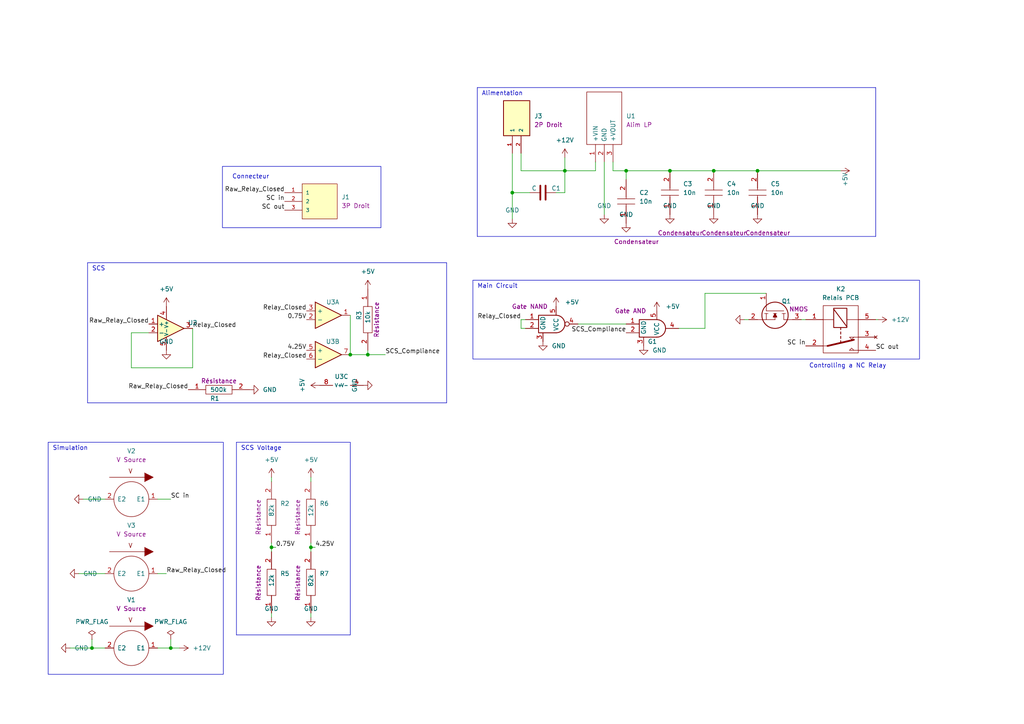
<source format=kicad_sch>
(kicad_sch (version 20231120) (generator "eeschema") (generator_version "8.0")
  (paper "A4")
  (lib_symbols
    (symbol "Device:C" (pin_numbers hide) (pin_names (offset 0.254))
      (property "Reference" "C" (at 0.635 2.54 0))
      (property "Value" "C" (at 0.635 -2.54 0))
      (symbol "C_0_1"
        (polyline (pts (xy -2.032 -0.762) (xy 2.032 -0.762)) (stroke (width 0.508)))
        (polyline (pts (xy -2.032 0.762) (xy 2.032 0.762)) (stroke (width 0.508)))
      )
      (symbol "C_1_1"
        (pin passive line (at 0 3.81 270) (length 2.794) (name "~") (number "1"))
        (pin passive line (at 0 -3.81 90) (length 2.794) (name "~") (number "2"))
      )
    )
    (symbol "EPSA_Lib:NMOS SQ2348ES-T1_GE3" (pin_names (offset 0.762))
      (property "Reference" "Q" (at 41.91 12.7 0))
      (property "Render Name" "NMOS" (at 15.875 0.635 0))
      (symbol "NMOS SQ2348ES-T1_GE3_0_0"
        (pin passive line (at 13.335 12.065 270) (length 2.54) (name "~") (number "1"))
        (pin passive line (at 8.255 4.445 0) (length 2.54) (name "~") (number "2"))
        (pin passive line (at 23.495 4.445 180) (length 2.54) (name "~") (number "3"))
      )
      (symbol "NMOS SQ2348ES-T1_GE3_0_1"
        (polyline (pts (xy 12.827 6.223) (xy 13.843 6.223)) (stroke (width 0.1524)))
        (polyline (pts (xy 13.335 6.223) (xy 13.335 4.445)) (stroke (width 0.1524)))
        (polyline (pts (xy 15.367 6.223) (xy 16.383 6.223)) (stroke (width 0.1524)))
        (polyline (pts (xy 15.875 4.445) (xy 10.795 4.445)) (stroke (width 0.1524)))
        (polyline (pts (xy 15.875 4.445) (xy 15.875 6.223)) (stroke (width 0.1524)))
        (polyline (pts (xy 18.415 4.445) (xy 18.415 6.223)) (stroke (width 0.1524)))
        (polyline (pts (xy 18.415 4.445) (xy 20.955 4.445)) (stroke (width 0.1524)))
        (polyline (pts (xy 18.923 6.223) (xy 17.907 6.223)) (stroke (width 0.1524)))
        (polyline (pts (xy 13.335 9.525) (xy 13.335 6.985) (xy 18.415 6.985)) (stroke (width 0.1524)))
        (polyline (pts (xy 15.875 6.223) (xy 16.383 5.207) (xy 15.367 5.207) (xy 15.875 6.223)) (stroke (width 0.254)) (fill (type outline)))
        (circle (center 15.875 5.715) (radius 3.81) (stroke (width 0.254)))
      )
    )
    (symbol "EPSA_Lib:Opamp" (pin_names (offset 0.254))
      (property "Reference" "U" (at 2.54 2.54 0))
      (symbol "Opamp_0_1"
        (polyline (pts (xy 5.08 0) (xy -2.54 3.81) (xy -2.54 -3.81) (xy 5.08 0)) (stroke (width 0.254)) (fill (type background)))
      )
      (symbol "Opamp_1_1"
        (pin input line (at -5.08 1.27 0) (length 2.54) (name "+") (number "1"))
        (pin input line (at -5.08 -1.27 0) (length 2.54) (name "-") (number "2"))
        (pin output line (at 7.62 0 180) (length 2.54) (name "~") (number "3"))
        (pin power_in line (at 0 6.35 270) (length 3.81) (name "V+") (number "4"))
        (pin power_in line (at 0 -6.35 90) (length 3.81) (name "V-") (number "5"))
      )
    )
    (symbol "EPSA_Lib:Relais PCB" (pin_names (offset 0.762))
      (property "Reference" "K" (at 11.938 11.43 0))
      (property "Value" "Relais PCB" (at 7.62 9.398 0))
      (symbol "Relais PCB_0_1"
        (polyline (pts (xy 7.62 7.874) (xy 17.78 7.874) (xy 17.78 -5.842) (xy 7.62 -5.842) (xy 7.62 7.874)) (stroke (width 0.1524)))
      )
      (symbol "Relais PCB_1_0"
        (pin passive line (at 2.54 3.81 0) (length 5.08) (name "") (number "1"))
        (pin passive line (at 2.54 -3.81 0) (length 5.08) (name "") (number "2"))
        (pin no_connect line (at 22.86 -1.27 180) (length 5.08) (name "") (number "3"))
        (pin passive line (at 22.86 -5.08 180) (length 5.08) (name "") (number "4"))
        (pin passive line (at 22.86 3.81 180) (length 5.08) (name "") (number "5"))
      )
      (symbol "Relais PCB_1_1"
        (polyline (pts (xy 8.89 -3.81) (xy 7.62 -3.81)))
        (polyline (pts (xy 8.89 -3.81) (xy 16.51 -2.032)) (stroke (width 0.508)))
        (polyline (pts (xy 10.668 3.81) (xy 7.62 3.81)))
        (polyline (pts (xy 10.668 6.858) (xy 14.478 1.778)) (stroke (width 0.254)))
        (polyline (pts (xy 12.7 -2.286) (xy 12.7 -2.921)) (stroke (width 0.254)))
        (polyline (pts (xy 12.7 -1.016) (xy 12.7 -1.651)) (stroke (width 0.254)))
        (polyline (pts (xy 12.7 0.254) (xy 12.7 -0.381)) (stroke (width 0.254)))
        (polyline (pts (xy 12.7 1.524) (xy 12.7 0.889)) (stroke (width 0.254)))
        (polyline (pts (xy 17.78 -5.08) (xy 16.51 -5.08)))
        (polyline (pts (xy 17.78 -1.27) (xy 16.51 -1.27)))
        (polyline (pts (xy 17.78 3.81) (xy 14.478 3.81)))
        (polyline (pts (xy 15.24 -5.08) (xy 16.51 -5.08) (xy 15.875 -4.445) (xy 15.24 -5.08)))
        (polyline (pts (xy 16.51 -1.27) (xy 15.24 -1.27) (xy 15.875 -1.905) (xy 16.51 -1.27)))
        (rectangle (start 10.668 7.112) (end 14.478 1.524) (stroke (width 0.254)))
      )
    )
    (symbol "EPSA_lib:2P Droit 2-11-2022" (pin_names (offset 1.016))
      (property "Reference" "J" (at 6.35 5.08 0))
      (property "Render Name" "2P Droit" (at 0 3.81 0))
      (symbol "2P Droit 2-11-2022_0_0"
        (rectangle (start -5.08 -5.08) (end 5.08 2.54) (stroke (width 0.254)) (fill (type background)))
        (pin passive line (at -10.16 0 0) (length 5.08) (name "1") (number "1"))
        (pin passive line (at -10.16 -2.54 0) (length 5.08) (name "2") (number "2"))
      )
    )
    (symbol "EPSA_lib:3P Droit 22-11-2032" (pin_names (offset 1.016))
      (property "Reference" "J" (at 0 -1.27 0))
      (property "Render Name" "3P Droit" (at 0 6.35 0))
      (symbol "3P Droit 22-11-2032_0_0"
        (rectangle (start -5.08 -5.08) (end 5.08 5.08) (stroke (width 0.1524)) (fill (type background)))
        (pin passive line (at -10.16 2.54 0) (length 5.08) (name "1") (number "1"))
        (pin passive line (at -10.16 0 0) (length 5.08) (name "2") (number "2"))
        (pin passive line (at -10.16 -2.54 0) (length 5.08) (name "3") (number "3"))
      )
    )
    (symbol "EPSA_lib:Alim LP TSR_0.5-2450" (pin_names (offset 0.762))
      (property "Reference" "U" (at 20.32 11.43 0))
      (property "Render Name" "Alim LP" (at 11.43 8.89 0))
      (symbol "Alim LP TSR_0.5-2450_0_0"
        (pin passive line (at -1.27 5.08 0) (length 5.08) (name "+VIN") (number "1"))
        (pin passive line (at -1.27 2.54 0) (length 5.08) (name "GND") (number "2"))
        (pin passive line (at -1.27 0 0) (length 5.08) (name "+VOUT") (number "3"))
      )
      (symbol "Alim LP TSR_0.5-2450_0_1"
        (polyline (pts (xy 3.81 7.62) (xy 19.05 7.62) (xy 19.05 -2.54) (xy 3.81 -2.54) (xy 3.81 7.62)) (stroke (width 0.1524)))
      )
    )
    (symbol "EPSA_lib:Comparator_Dual"
      (property "Reference" "CP" (at 7.62 -2.54 0))
      (symbol "Comparator_Dual_1_1"
        (polyline (pts (xy 0 3.81) (xy 0 -3.81) (xy 7.62 0) (xy 0 3.81)) (stroke (width 0.254)) (fill (type background)))
        (pin open_collector line (at 10.16 0 180) (length 2.54) (name "~") (number "1"))
        (pin input line (at -2.54 -1.27 0) (length 2.54) (name "-") (number "2"))
        (pin input line (at -2.54 1.27 0) (length 2.54) (name "+") (number "3"))
      )
      (symbol "Comparator_Dual_2_1"
        (polyline (pts (xy 0 3.81) (xy 7.62 0) (xy 0 -3.81) (xy 0 3.81)) (stroke (width 0.254)) (fill (type background)))
        (pin input line (at -2.54 1.27 0) (length 2.54) (name "+") (number "5"))
        (pin input line (at -2.54 -1.27 0) (length 2.54) (name "-") (number "6"))
        (pin open_collector line (at 10.16 0 180) (length 2.54) (name "~") (number "7"))
      )
      (symbol "Comparator_Dual_3_1"
        (pin power_in line (at 0 -6.35 90) (length 3.81) (name "V-") (number "4"))
        (pin power_in line (at 0 6.35 270) (length 3.81) (name "V+") (number "8"))
      )
    )
    (symbol "EPSA_lib:Condensateur 0805Y1000104JXT" (pin_names (offset 0.762))
      (property "Reference" "C" (at 1.5 -1.8 0))
      (property "Value" "10u" (at 11.43 -2.54 0))
      (property "Render Name" "Condensateur" (at 6.35 3.81 0))
      (symbol "Condensateur 0805Y1000104JXT_0_0"
        (pin passive line (at 0 0 0) (length 5.08) (name "~") (number "1"))
        (pin passive line (at 12.7 0 180) (length 5.08) (name "~") (number "2"))
      )
      (symbol "Condensateur 0805Y1000104JXT_0_1"
        (polyline (pts (xy 5.08 0) (xy 5.588 0)) (stroke (width 0.1524)))
        (polyline (pts (xy 5.588 2.54) (xy 5.588 -2.54)) (stroke (width 0.1524)))
        (polyline (pts (xy 7.112 0) (xy 7.62 0)) (stroke (width 0.1524)))
        (polyline (pts (xy 7.112 2.54) (xy 7.112 -2.54)) (stroke (width 0.1524)))
      )
    )
    (symbol "EPSA_lib:Gate AND SN74AHCT1G08DBVR" (pin_names (offset 0.762))
      (property "Reference" "G" (at 2.54 -3.81 0))
      (property "Render Name" "Gate AND" (at -1.27 5.08 0))
      (symbol "Gate AND SN74AHCT1G08DBVR_1_1"
        (polyline (pts (xy 5.08 -2.54) (xy 0 -2.54) (xy 0 2.54) (xy 5.08 2.54)) (stroke (width 0.254)))
        (arc (start 5.1025 -2.54) (mid 7.6201 0) (end 5.1025 2.54) (stroke (width 0.254)))
        (pin input line (at -3.81 1.27 0) (length 3.81) (name "~") (number "1"))
        (pin input line (at -3.81 -1.27 0) (length 3.81) (name "~") (number "2"))
        (pin power_in line (at 1.27 -5.08 90) (length 2.54) (name "GND") (number "3"))
        (pin output line (at 11.43 0 180) (length 3.81) (name "~") (number "4"))
        (pin power_in line (at 5.08 5.08 270) (length 2.54) (name "VCC") (number "5"))
      )
    )
    (symbol "EPSA_lib:Gate NAND SN74AHCT1G00DBVR" (pin_names (offset 0.762))
      (property "Reference" "G" (at 2.54 -3.81 0))
      (property "Render Name" "Gate NAND" (at -2.54 3.81 0))
      (symbol "Gate NAND SN74AHCT1G00DBVR_1_1"
        (polyline (pts (xy 5.08 -2.54) (xy 0 -2.54) (xy 0 2.54) (xy 5.08 2.54)) (stroke (width 0.254)))
        (arc (start 5.1025 -2.54) (mid 7.6201 0) (end 5.1025 2.54) (stroke (width 0.254)))
        (pin input line (at -3.81 1.27 0) (length 3.81) (name "~") (number "1"))
        (pin input line (at -3.81 -1.27 0) (length 3.81) (name "~") (number "2"))
        (pin power_in line (at 1.27 -5.08 90) (length 2.54) (name "GND") (number "3"))
        (pin output inverted (at 11.43 0 180) (length 3.81) (name "~") (number "4"))
        (pin power_in line (at 5.08 5.08 270) (length 2.54) (name "VCC") (number "5"))
      )
    )
    (symbol "EPSA_lib:Résistance RK73H2BLTDD2152F" (pin_names (offset 0.762))
      (property "Reference" "R" (at 25.4 5.08 0))
      (property "Value" "10" (at 7.62 0 0))
      (property "Render Name" "Résistance" (at 8.89 2.54 0))
      (symbol "Résistance RK73H2BLTDD2152F_0_0"
        (pin passive line (at 0 0 0) (length 5.08) (name "~") (number "1"))
        (pin passive line (at 17.78 0 180) (length 5.08) (name "~") (number "2"))
      )
      (symbol "Résistance RK73H2BLTDD2152F_0_1"
        (polyline (pts (xy 5.08 1.27) (xy 12.7 1.27) (xy 12.7 -1.27) (xy 5.08 -1.27) (xy 5.08 1.27)) (stroke (width 0.1524)))
      )
    )
    (symbol "EPSA_lib:VSOURCE" (pin_names (offset 1.016)) (in_bom no) (on_board no)
      (property "Reference" "V" (at 8.89 12.7 0))
      (property "Render Name" "V Source" (at -1.27 10.16 0))
      (symbol "VSOURCE_0_1"
        (circle (center -1.27 0) (radius 5.08))
        (polyline (pts (xy -7.62 6.35) (xy 2.54 6.35)) (fill (type outline)))
        (polyline (pts (xy 2.54 7.62) (xy 5.08 6.35) (xy 2.54 5.08)) (fill (type outline)))
        (text "V" (at -1.524 8.128 0) (effects (font (size 1.27 1.27))))
      )
      (symbol "VSOURCE_1_1"
        (pin input line (at 6.35 0 180) (length 2.54) (name "E1") (number "1"))
        (pin input line (at -8.89 0 0) (length 2.54) (name "E2") (number "2"))
      )
    )
    (symbol "Résistance RK73H2BLTDD2152F_1" (pin_names (offset 0.762))
      (property "Reference" "R" (at 25.4 5.08 0))
      (property "Value" "10" (at 7.62 0 0))
      (property "Render Name" "Résistance" (at 8.89 2.54 0))
      (symbol "Résistance RK73H2BLTDD2152F_1_0_0"
        (pin passive line (at 0 0 0) (length 5.08) (name "~") (number "1"))
        (pin passive line (at 17.78 0 180) (length 5.08) (name "~") (number "2"))
      )
      (symbol "Résistance RK73H2BLTDD2152F_1_0_1"
        (polyline (pts (xy 5.08 1.27) (xy 12.7 1.27) (xy 12.7 -1.27) (xy 5.08 -1.27) (xy 5.08 1.27)) (stroke (width 0.1524)))
      )
    )
    (symbol "Résistance RK73H2BLTDD2152F_3" (pin_names (offset 0.762))
      (property "Reference" "R" (at 25.4 5.08 0))
      (property "Value" "10" (at 7.62 0 0))
      (property "Render Name" "Résistance" (at 8.89 2.54 0))
      (symbol "Résistance RK73H2BLTDD2152F_3_0_0"
        (pin passive line (at 0 0 0) (length 5.08) (name "~") (number "1"))
        (pin passive line (at 17.78 0 180) (length 5.08) (name "~") (number "2"))
      )
      (symbol "Résistance RK73H2BLTDD2152F_3_0_1"
        (polyline (pts (xy 5.08 1.27) (xy 12.7 1.27) (xy 12.7 -1.27) (xy 5.08 -1.27) (xy 5.08 1.27)) (stroke (width 0.1524)))
      )
    )
    (symbol "Résistance RK73H2BLTDD2152F_4" (pin_names (offset 0.762))
      (property "Reference" "R" (at 25.4 5.08 0))
      (property "Value" "10" (at 7.62 0 0))
      (property "Render Name" "Résistance" (at 8.89 2.54 0))
      (symbol "Résistance RK73H2BLTDD2152F_4_0_0"
        (pin passive line (at 0 0 0) (length 5.08) (name "~") (number "1"))
        (pin passive line (at 17.78 0 180) (length 5.08) (name "~") (number "2"))
      )
      (symbol "Résistance RK73H2BLTDD2152F_4_0_1"
        (polyline (pts (xy 5.08 1.27) (xy 12.7 1.27) (xy 12.7 -1.27) (xy 5.08 -1.27) (xy 5.08 1.27)) (stroke (width 0.1524)))
      )
    )
    (symbol "Résistance RK73H2BLTDD2152F_5" (pin_names (offset 0.762))
      (property "Reference" "R" (at 25.4 5.08 0))
      (property "Value" "10" (at 7.62 0 0))
      (property "Render Name" "Résistance" (at 8.89 2.54 0))
      (symbol "Résistance RK73H2BLTDD2152F_5_0_0"
        (pin passive line (at 0 0 0) (length 5.08) (name "~") (number "1"))
        (pin passive line (at 17.78 0 180) (length 5.08) (name "~") (number "2"))
      )
      (symbol "Résistance RK73H2BLTDD2152F_5_0_1"
        (polyline (pts (xy 5.08 1.27) (xy 12.7 1.27) (xy 12.7 -1.27) (xy 5.08 -1.27) (xy 5.08 1.27)) (stroke (width 0.1524)))
      )
    )
    (symbol "power:+12V" (power) (pin_names (offset 0))
      (property "Value" "+12V" (at 0 3.556 0))
      (symbol "+12V_0_1"
        (polyline (pts (xy -0.762 1.27) (xy 0 2.54)))
        (polyline (pts (xy 0 0) (xy 0 2.54)))
        (polyline (pts (xy 0 2.54) (xy 0.762 1.27)))
      )
      (symbol "+12V_1_1"
        (pin power_in line (at 0 0 90) (length 0) hide (name "+12V") (number "1"))
      )
    )
    (symbol "power:+5V" (power) (pin_names (offset 0))
      (property "Value" "+5V" (at 0 3.556 0))
      (symbol "+5V_0_1"
        (polyline (pts (xy -0.762 1.27) (xy 0 2.54)))
        (polyline (pts (xy 0 0) (xy 0 2.54)))
        (polyline (pts (xy 0 2.54) (xy 0.762 1.27)))
      )
      (symbol "+5V_1_1"
        (pin power_in line (at 0 0 90) (length 0) hide (name "+5V") (number "1"))
      )
    )
    (symbol "power:GND" (power) (pin_names (offset 0))
      (property "Value" "GND" (at 0 -3.81 0))
      (symbol "GND_0_1"
        (polyline (pts (xy 0 0) (xy 0 -1.27) (xy 1.27 -1.27) (xy 0 -2.54) (xy -1.27 -1.27) (xy 0 -1.27)))
      )
      (symbol "GND_1_1"
        (pin power_in line (at 0 0 270) (length 0) hide (name "GND") (number "1"))
      )
    )
    (symbol "power:PWR_FLAG" (power) (pin_numbers hide) (pin_names (offset 0) hide)
      (property "Value" "PWR_FLAG" (at 0 3.81 0))
      (symbol "PWR_FLAG_0_0"
        (pin power_out line (at 0 0 90) (length 0) (name "pwr") (number "1"))
      )
      (symbol "PWR_FLAG_0_1"
        (polyline (pts (xy 0 0) (xy 0 1.27) (xy -1.016 1.905) (xy 0 2.54) (xy 1.016 1.905) (xy 0 1.27)))
      )
    )
  )
  (junction (at 101.6 102.87))
  (junction (at 148.59 55.88))
  (junction (at 49.53 187.96))
  (junction (at 194.31 49.53))
  (junction (at 78.74 158.75))
  (junction (at 163.83 49.53))
  (junction (at 106.68 102.87))
  (junction (at 26.67 187.96))
  (junction (at 90.17 158.75))
  (junction (at 207.01 49.53))
  (junction (at 219.71 49.53))
  (junction (at 181.61 49.53))
  (wire (pts (xy 207.01 49.53) (xy 219.71 49.53)))
  (wire (pts (xy 177.8 46.99) (xy 177.8 49.53)))
  (wire (pts (xy 181.61 52.07) (xy 181.61 49.53)))
  (wire (pts (xy 167.64 93.98) (xy 181.61 93.98)))
  (wire (pts (xy 151.13 44.45) (xy 151.13 49.53)))
  (wire (pts (xy 38.1 96.52) (xy 38.1 106.68)))
  (wire (pts (xy 161.29 55.88) (xy 163.83 55.88)))
  (wire (pts (xy 172.72 46.99) (xy 172.72 49.53)))
  (wire (pts (xy 196.85 95.25) (xy 204.47 95.25)))
  (wire (pts (xy 78.74 177.8) (xy 78.74 179.07)))
  (wire (pts (xy 45.72 166.37) (xy 48.26 166.37)))
  (wire (pts (xy 254.635 92.71) (xy 254 92.71)))
  (wire (pts (xy 78.74 158.75) (xy 78.74 160.02)))
  (wire (pts (xy 90.17 158.75) (xy 90.17 160.02)))
  (wire (pts (xy 163.83 55.88) (xy 163.83 49.53)))
  (wire (pts (xy 232.41 92.71) (xy 233.68 92.71)))
  (wire (pts (xy 45.72 144.78) (xy 49.53 144.78)))
  (wire (pts (xy 52.07 187.96) (xy 49.53 187.96)))
  (wire (pts (xy 20.32 187.96) (xy 26.67 187.96)))
  (wire (pts (xy 49.53 185.42) (xy 49.53 187.96)))
  (polyline (pts (xy 101.6 184.15) (xy 68.58 184.15)))
  (wire (pts (xy 26.67 187.96) (xy 30.48 187.96)))
  (polyline (pts (xy 129.54 76.2) (xy 25.4 76.2)))
  (wire (pts (xy 172.72 49.53) (xy 163.83 49.53)))
  (wire (pts (xy 175.26 46.99) (xy 175.26 62.23)))
  (polyline (pts (xy 101.6 128.27) (xy 101.6 184.15)))
  (wire (pts (xy 90.17 177.8) (xy 90.17 179.07)))
  (wire (pts (xy 177.8 49.53) (xy 181.61 49.53)))
  (polyline (pts (xy 25.4 116.84) (xy 129.54 116.84)))
  (wire (pts (xy 26.67 185.42) (xy 26.67 187.96)))
  (wire (pts (xy 90.17 138.43) (xy 90.17 139.7)))
  (wire (pts (xy 38.1 106.68) (xy 55.88 106.68)))
  (wire (pts (xy 194.31 49.53) (xy 207.01 49.53)))
  (wire (pts (xy 148.59 44.45) (xy 148.59 55.88)))
  (wire (pts (xy 151.13 92.71) (xy 151.13 95.25)))
  (polyline (pts (xy 138.43 25.4) (xy 138.43 68.58)))
  (wire (pts (xy 101.6 102.87) (xy 106.68 102.87)))
  (wire (pts (xy 45.72 187.96) (xy 49.53 187.96)))
  (wire (pts (xy 151.13 95.25) (xy 152.4 95.25)))
  (wire (pts (xy 22.86 166.37) (xy 30.48 166.37)))
  (wire (pts (xy 163.83 45.72) (xy 163.83 49.53)))
  (polyline (pts (xy 254 25.4) (xy 138.43 25.4)))
  (polyline (pts (xy 68.58 128.27) (xy 101.6 128.27)))
  (wire (pts (xy 151.13 49.53) (xy 163.83 49.53)))
  (polyline (pts (xy 129.54 116.84) (xy 129.54 76.2)))
  (wire (pts (xy 148.59 55.88) (xy 153.67 55.88)))
  (wire (pts (xy 90.17 157.48) (xy 90.17 158.75)))
  (wire (pts (xy 151.13 92.71) (xy 152.4 92.71)))
  (wire (pts (xy 204.47 95.25) (xy 204.47 85.09)))
  (wire (pts (xy 78.74 138.43) (xy 78.74 139.7)))
  (wire (pts (xy 78.74 157.48) (xy 78.74 158.75)))
  (polyline (pts (xy 138.43 68.58) (xy 254 68.58)))
  (wire (pts (xy 55.88 95.25) (xy 55.88 106.68)))
  (polyline (pts (xy 25.4 76.2) (xy 25.4 116.84)))
  (wire (pts (xy 30.48 144.78) (xy 24.13 144.78)))
  (polyline (pts (xy 68.58 128.27) (xy 68.58 184.15)))
  (wire (pts (xy 90.17 158.75) (xy 91.44 158.75)))
  (wire (pts (xy 219.71 49.53) (xy 243.84 49.53)))
  (wire (pts (xy 106.68 102.87) (xy 111.76 102.87)))
  (wire (pts (xy 43.18 96.52) (xy 38.1 96.52)))
  (wire (pts (xy 78.74 158.75) (xy 80.01 158.75)))
  (wire (pts (xy 101.6 91.44) (xy 101.6 102.87)))
  (wire (pts (xy 181.61 49.53) (xy 194.31 49.53)))
  (wire (pts (xy 215.9 92.71) (xy 217.17 92.71)))
  (wire (pts (xy 106.68 102.87) (xy 106.68 101.6)))
  (wire (pts (xy 148.59 55.88) (xy 148.59 63.5)))
  (wire (pts (xy 204.47 85.09) (xy 222.25 85.09)))
  (polyline (pts (xy 254 68.58) (xy 254 25.4)))
  (rectangle (start 64.516 48.26) (end 110.49 66.04))
  (rectangle (start 13.97 128.27) (end 64.77 195.58))
  (rectangle (start 137.16 81.28) (end 266.7 104.14))
  (text "Simulation" (at 15.24 130.81 0) (effects (font (size 1.27 1.27)) (justify left bottom)))
  (text "Connecteur" (at 67.31 52.07 0) (effects (font (size 1.27 1.27)) (justify left bottom)))
  (text "SCS Voltage" (at 69.85 130.81 0) (effects (font (size 1.27 1.27)) (justify left bottom)))
  (text "Alimentation\n" (at 139.7 27.94 0) (effects (font (size 1.27 1.27)) (justify left bottom)))
  (text "Main Circuit" (at 138.43 83.82 0) (effects (font (size 1.27 1.27)) (justify left bottom)))
  (text "SCS\n" (at 26.67 78.74 0) (effects (font (size 1.27 1.27)) (justify left bottom)))
  (text "Controlling a NC Relay" (at 245.872 106.172 0) (effects (font (size 1.27 1.27))))
  (label "SC in" (at 82.55 58.42 180))
  (label "Relay_Closed" (at 88.9 90.17 180))
  (label "Raw_Relay_Closed" (at 54.61 113.03 180))
  (label "Relay_Closed" (at 88.9 104.14 180))
  (label "0.75V" (at 80.01 158.75 0))
  (label "SC out" (at 82.55 60.96 180))
  (label "4.25V" (at 91.44 158.75 0))
  (label "SC in" (at 49.53 144.78 0))
  (label "SCS_Compliance" (at 181.61 96.52 180))
  (label "4.25V" (at 88.9 101.6 180))
  (label "Raw_Relay_Closed" (at 48.26 166.37 0))
  (label "SCS_Compliance" (at 111.76 102.87 0))
  (label "Relay_Closed" (at 151.13 92.71 180))
  (label "Raw_Relay_Closed" (at 82.55 55.88 180))
  (label "Raw_Relay_Closed" (at 43.18 93.98 180))
  (label "0.75V" (at 88.9 92.71 180))
  (label "SC in" (at 233.68 100.33 180))
  (label "SC out" (at 254 101.6 0))
  (label "Relay_Closed" (at 55.88 95.25 0))
  (symbol (lib_id "power:GND") (at 175.26 62.23 0) (unit 1)
    (property "Reference" "#GND02" (effects (hide yes)))
    (property "Value" "GND" (at 175.26 59.69 0))
  )
  (symbol (lib_id "power:GND") (at 207.01 62.23 0) (unit 1)
    (property "Reference" "#GND010" (effects (hide yes)))
    (property "Value" "GND" (at 207.01 59.69 0))
  )
  (symbol (lib_id "power:+12V") (at 254.635 92.71 270) (unit 1)
    (property "Reference" "#PWR017" (effects (hide yes)))
    (property "Value" "+12V" (at 258.445 92.7099 90) (effects (justify left)))
    (property "Description" "Power symbol creates a global label with name \"+12V\"" (effects (hide yes)))
  )
  (symbol (lib_id "power:GND") (at 90.17 179.07 0) (unit 1)
    (property "Reference" "#GND08" (effects (hide yes)))
    (property "Value" "GND" (at 90.17 176.53 0))
  )
  (symbol (lib_id "power:GND") (at 215.9 92.71 270) (unit 1)
    (property "Reference" "#GND012" (effects (hide yes)))
    (property "Value" "GND" (effects (hide yes)))
    (property "Description" "Power symbol creates a global label with name \"GND\" , ground" (effects (hide yes)))
  )
  (symbol (lib_id "EPSA_lib:Comparator_Dual") (at 91.44 102.87 0) (unit 2)
    (property "Reference" "U3" (at 96.52 99.06 0))
    (property "Value" "Opamp_Dual" (effects (hide yes)))
    (property "Footprint" "Package_SO:TSSOP-8_4.4x3mm_P0.65mm" (effects (hide yes)))
    (property "Datasheet" "https://www.ti.com/lit/gpn/lmv339" (effects (hide yes)))
    (property "Description" "Dual comparator" (effects (hide yes)))
    (property "Manufacturer_Name" "Texas Instruments" (effects (hide yes)))
    (property "Manufacturer_Part_Number" "LMV393IPWR" (effects (hide yes)))
    (property "Mouser Part Number" "595-LMV393IPWR" (effects (hide yes)))
    (property "Sim.Library" "${SP_BASIC}\\Comp_lm393lv.lib" (effects (hide yes)))
    (property "Sim.Name" "LM393LV_Dual" (effects (hide yes)))
    (property "Sim.Device" "SUBCKT" (effects (hide yes)))
    (property "Sim.Pins" "1=OUT1 2=IN1- 3=IN1+ 4=GND 5=IN2+ 6=IN2- 7=OUT2 8=V+" (effects (hide yes)))
  )
  (symbol (lib_id "power:GND") (at 22.86 166.37 270) (unit 1)
    (property "Reference" "#PWR04" (effects (hide yes)))
    (property "Value" "GND" (at 24.13 166.37 90) (effects (justify left)))
  )
  (symbol (lib_id "EPSA_lib:Résistance RK73H2BLTDD2152F") (at 54.61 113.03 0) (unit 1)
    (property "Reference" "R1" (at 60.96 115.57 0) (effects (justify left)))
    (property "Value" "500k" (at 60.96 113.03 0) (effects (justify left)))
    (property "Footprint" "EPSA_lib:RESC3216X70N" (effects (hide yes)))
    (property "Datasheet" "http://www.koaspeer.com/catimages/Products/RK73H/RK73H.pdf" (effects (hide yes)))
    (property "Description" "Thick Film Resistors - SMD" (effects (hide yes)))
    (property "Height" "0.7" (effects (hide yes)))
    (property "Manufacturer_Name" "KOA Speer" (effects (hide yes)))
    (property "Manufacturer_Part_Number" "RK73H2BLTDD2152F" (effects (hide yes)))
    (property "Mouser Part Number" "N/A" (effects (hide yes)))
    (property "Mouser Price/Stock" "https://www.mouser.co.uk/ProductDetail/KOA-Speer/RK73H2BLTDD2152F?qs=WeIALVmW3zmyxMFsjVzMRw%3D%3D" (effects (hide yes)))
    (property "Sim.Device" "R" (effects (hide yes)))
    (property "Sim.Params" "type=\"R\" model=\"10k\" lib=\"\"" (effects (hide yes)))
    (property "Sim.Pins" "1=+ 2=-" (effects (hide yes)))
    (property "Render Name" "Résistance" (at 63.5 110.49 0))
  )
  (symbol (lib_id "power:+5V") (at 78.74 138.43 0) (unit 1)
    (property "Reference" "#PWR03" (effects (hide yes)))
    (property "Value" "+5V" (at 78.74 133.35 0))
  )
  (symbol (lib_name "Résistance RK73H2BLTDD2152F_3") (lib_id "EPSA_lib:Résistance RK73H2BLTDD2152F") (at 90.17 177.8 90) (unit 1)
    (property "Reference" "R7" (at 92.71 166.3699 90) (effects (justify right)))
    (property "Value" "82k" (at 90.17 170.18 0) (effects (justify left)))
    (property "Footprint" "EPSA_lib:RESC3216X70N" (effects (hide yes)))
    (property "Datasheet" "http://www.koaspeer.com/catimages/Products/RK73H/RK73H.pdf" (effects (hide yes)))
    (property "Description" "Thick Film Resistors - SMD" (effects (hide yes)))
    (property "Height" "0.7" (effects (hide yes)))
    (property "Manufacturer_Name" "KOA Speer" (effects (hide yes)))
    (property "Manufacturer_Part_Number" "RK73H2BLTDD2152F" (effects (hide yes)))
    (property "Mouser Part Number" "N/A" (effects (hide yes)))
    (property "Mouser Price/Stock" "https://www.mouser.co.uk/ProductDetail/KOA-Speer/RK73H2BLTDD2152F?qs=WeIALVmW3zmyxMFsjVzMRw%3D%3D" (effects (hide yes)))
    (property "Render Name" "Résistance" (at 86.36 163.83 0) (effects (justify right)))
    (property "Sim.Device" "R" (effects (hide yes)))
    (property "Sim.Params" "type=\"R\" model=\"8k\" lib=\"\"" (effects (hide yes)))
    (property "Sim.Pins" "1=+ 2=-" (effects (hide yes)))
  )
  (symbol (lib_name "Résistance RK73H2BLTDD2152F_4") (lib_id "EPSA_lib:Résistance RK73H2BLTDD2152F") (at 78.74 177.8 90) (unit 1)
    (property "Reference" "R5" (at 81.28 166.3699 90) (effects (justify right)))
    (property "Value" "12k" (at 78.74 170.18 0) (effects (justify left)))
    (property "Footprint" "EPSA_lib:RESC3216X70N" (effects (hide yes)))
    (property "Datasheet" "http://www.koaspeer.com/catimages/Products/RK73H/RK73H.pdf" (effects (hide yes)))
    (property "Description" "Thick Film Resistors - SMD" (effects (hide yes)))
    (property "Height" "0.7" (effects (hide yes)))
    (property "Manufacturer_Name" "KOA Speer" (effects (hide yes)))
    (property "Manufacturer_Part_Number" "RK73H2BLTDD2152F" (effects (hide yes)))
    (property "Mouser Part Number" "N/A" (effects (hide yes)))
    (property "Mouser Price/Stock" "https://www.mouser.co.uk/ProductDetail/KOA-Speer/RK73H2BLTDD2152F?qs=WeIALVmW3zmyxMFsjVzMRw%3D%3D" (effects (hide yes)))
    (property "Render Name" "Résistance" (at 74.93 163.83 0) (effects (justify right)))
    (property "Sim.Device" "R" (effects (hide yes)))
    (property "Sim.Params" "type=\"R\" model=\"2k\" lib=\"\"" (effects (hide yes)))
    (property "Sim.Pins" "1=+ 2=-" (effects (hide yes)))
  )
  (symbol (lib_id "power:GND") (at 194.31 62.23 0) (unit 1)
    (property "Reference" "#GND09" (effects (hide yes)))
    (property "Value" "GND" (at 194.31 59.69 0))
  )
  (symbol (lib_id "EPSA_lib:VSOURCE") (at 39.37 187.96 0) (unit 1) (in_bom no) (on_board no)
    (property "Reference" "V1" (at 38.1 173.99 0))
    (property "Value" "12" (effects (hide yes)))
    (property "Sim.Pins" "1=+ 2=-" (effects (hide yes)))
    (property "Sim.Type" "DC" (effects (hide yes)))
    (property "Sim.Device" "V" (effects (hide yes)))
    (property "Render Name" "V Source" (at 38.1 176.53 0))
  )
  (symbol (lib_id "power:+5V") (at 161.29 88.9 0) (unit 1)
    (property "Reference" "#PWR09" (effects (hide yes)))
    (property "Value" "+5V" (at 163.83 87.63 0) (effects (justify left)))
  )
  (symbol (lib_id "power:GND") (at 24.13 144.78 270) (unit 1)
    (property "Reference" "#PWR02" (effects (hide yes)))
    (property "Value" "GND" (at 25.4 144.78 90) (effects (justify left)))
  )
  (symbol (lib_id "power:+5V") (at 243.84 49.53 270) (unit 1)
    (property "Reference" "#PWR013" (effects (hide yes)))
    (property "Value" "+5V" (at 245.11 52.07 0))
  )
  (symbol (lib_id "power:GND") (at 20.32 187.96 270) (unit 1)
    (property "Reference" "#PWR01" (effects (hide yes)))
    (property "Value" "GND" (at 21.59 187.96 90) (effects (justify left)))
  )
  (symbol (lib_id "power:+12V") (at 163.83 45.72 0) (unit 1)
    (property "Reference" "#PWR012" (effects (hide yes)))
    (property "Value" "+12V" (at 163.83 40.64 0))
  )
  (symbol (lib_id "power:+5V") (at 48.26 88.9 0) (unit 1)
    (property "Reference" "#PWR07" (effects (hide yes)))
    (property "Value" "+5V" (at 48.26 83.82 0))
  )
  (symbol (lib_id "EPSA_lib:Condensateur 0805Y1000104JXT") (at 219.71 62.23 90) (unit 1)
    (property "Reference" "C5" (at 223.52 53.34 90) (effects (justify right)))
    (property "Value" "10n" (at 223.52 55.88 90) (effects (justify right)))
    (property "Footprint" "EPSA_lib:CAPC2012X130N" (effects (hide yes)))
    (property "Datasheet" "http://docs-europe.electrocomponents.com/webdocs/119d/0900766b8119d7bc.pdf" (effects (hide yes)))
    (property "Description" "Syfer 0805 Ceramic Chip Capacitors" (effects (hide yes)))
    (property "Sim.Pins" "1=+ 2=-" (effects (hide yes)))
    (property "Sim.Device" "C" (effects (hide yes)))
    (property "Height" "1.3" (effects (hide yes)))
    (property "Manufacturer_Name" "Syfer" (effects (hide yes)))
    (property "Manufacturer_Part_Number" "0805Y1000104JXT" (effects (hide yes)))
    (property "Render Name" "Condensateur" (at 216.154 67.564 90) (effects (justify right)))
  )
  (symbol (lib_id "power:PWR_FLAG") (at 26.67 185.42 0) (unit 1)
    (property "Reference" "#FLG04" (effects (hide yes)))
    (property "Value" "PWR_FLAG" (at 26.67 180.34 0))
  )
  (symbol (lib_id "power:GND") (at 72.39 113.03 90) (unit 1)
    (property "Reference" "#GND06" (effects (hide yes)))
    (property "Value" "GND" (at 76.2 113.03 90) (effects (justify right)))
  )
  (symbol (lib_id "EPSA_lib:Condensateur 0805Y1000104JXT") (at 194.31 62.23 90) (unit 1)
    (property "Reference" "C3" (at 198.12 53.34 90) (effects (justify right)))
    (property "Value" "10n" (at 198.12 55.88 90) (effects (justify right)))
    (property "Footprint" "EPSA_lib:CAPC2012X130N" (effects (hide yes)))
    (property "Datasheet" "http://docs-europe.electrocomponents.com/webdocs/119d/0900766b8119d7bc.pdf" (effects (hide yes)))
    (property "Description" "Syfer 0805 Ceramic Chip Capacitors" (effects (hide yes)))
    (property "Sim.Pins" "1=+ 2=-" (effects (hide yes)))
    (property "Sim.Device" "C" (effects (hide yes)))
    (property "Height" "1.3" (effects (hide yes)))
    (property "Manufacturer_Name" "Syfer" (effects (hide yes)))
    (property "Manufacturer_Part_Number" "0805Y1000104JXT" (effects (hide yes)))
    (property "Render Name" "Condensateur" (at 190.754 67.564 90) (effects (justify right)))
  )
  (symbol (lib_id "power:GND") (at 78.74 179.07 0) (unit 1)
    (property "Reference" "#GND07" (effects (hide yes)))
    (property "Value" "GND" (at 78.74 176.53 0))
  )
  (symbol (lib_id "EPSA_Lib:Relais PCB") (at 231.14 96.52 0) (unit 1)
    (property "Reference" "K2" (at 243.84 83.82 0))
    (property "Value" "Relais PCB" (at 243.84 86.36 0))
    (property "Footprint" "EPSA_lib:CP112V" (effects (hide yes)))
    (property "Datasheet" "https://www3.panasonic.biz/ac/e/uacs/download/index.jsp?c=vehicle_download" (effects (hide yes)))
    (property "Description" "PANASONIC ELECTRIC WORKS - CP1-12V - RELAY, AUTOMOTIVE, SPDT, 14VDC, 20A" (effects (hide yes)))
    (property "Height" "9.5" (effects (hide yes)))
    (property "Mouser Part Number" "769-CP1-12V" (effects (hide yes)))
    (property "Mouser Price/Stock" "https://www.mouser.co.uk/ProductDetail/Panasonic-Industrial-Devices/CP1-12V?qs=mTeSeKeuVA7dPPafy7M16g%3D%3D" (effects (hide yes)))
    (property "Manufacturer_Name" "Panasonic" (effects (hide yes)))
    (property "Manufacturer_Part_Number" "CP1-12V" (effects (hide yes)))
  )
  (symbol (lib_id "EPSA_Lib:NMOS SQ2348ES-T1_GE3") (at 208.915 97.155 0) (unit 1)
    (property "Reference" "Q1" (at 228.092 87.376 0))
    (property "Value" "NMOS SQ2348ES-T1_GE3" (effects (hide yes)))
    (property "Footprint" "EPSA_lib:SOT95P237X112-3N" (effects (hide yes)))
    (property "Datasheet" "http://www.vishay.com/docs/63706/sq2348es.pdf" (effects (hide yes)))
    (property "Description" "VISHAY - SQ2348ES-T1_GE3 - MOSFET, AEC-Q101, N-CH, 30V, SOT-23" (effects (hide yes)))
    (property "Sim.Pins" "3=1 1=2 2=3" (effects (hide yes)))
    (property "Sim.Device" "SPICE" (effects (hide yes)))
    (property "Sim.Params" "type=\"X\" model=\"SQ2348ES\" lib=\"${EPSA_lib}\\SpiceModel\\NMOS_SQ2348ES_PS Rev A.LIB\"" (effects (hide yes)))
    (property "Height" "1.12" (effects (hide yes)))
    (property "Manufacturer_Name" "Vishay" (effects (hide yes)))
    (property "Manufacturer_Part_Number" "SQ2348ES-T1_GE3" (effects (hide yes)))
    (property "Mouser Part Number" "781-SQ2348ES-T1_GE3" (effects (hide yes)))
    (property "Mouser Price/Stock" "https://www.mouser.co.uk/ProductDetail/Vishay-Siliconix/SQ2348ES-T1_GE3?qs=jHkklCh7amgC88blremf%252Bw%3D%3D" (effects (hide yes)))
    (property "Render Name" "NMOS" (at 231.648 89.662 0))
  )
  (symbol (lib_id "EPSA_Lib:Opamp") (at 48.26 95.25 0) (unit 1)
    (property "Reference" "U2" (at 55.88 93.599 0))
    (property "Value" "${SIM.PARAMS}" (effects (hide yes)))
    (property "Footprint" "Package_TO_SOT_SMD:SOT-353_SC-70-5_Handsoldering" (effects (hide yes)))
    (property "Datasheet" "https://www.ti.com/lit/gpn/tlv9064-q1" (effects (hide yes)))
    (property "Description" "Operational amplifier, single, node sequence=1:+ 2:- 3:OUT 4:V+ 5:V-" (effects (hide yes)))
    (property "Manufacturer_Name" "Texas Instruments" (effects (hide yes)))
    (property "Manufacturer_Part_Number" "TLV9061QDCKRQ1 " (effects (hide yes)))
    (property "Mouser Part Number" " 595-TLV9061QDCKRQ1 " (effects (hide yes)))
  )
  (symbol (lib_id "EPSA_lib:Comparator_Dual") (at 91.44 91.44 0) (unit 1)
    (property "Reference" "U3" (at 96.52 87.63 0))
    (property "Value" "Opamp_Dual" (effects (hide yes)))
    (property "Footprint" "Package_SO:TSSOP-8_4.4x3mm_P0.65mm" (effects (hide yes)))
    (property "Datasheet" "https://www.ti.com/lit/gpn/lmv339" (effects (hide yes)))
    (property "Description" "Dual comparator" (effects (hide yes)))
    (property "Manufacturer_Name" "Texas Instruments" (effects (hide yes)))
    (property "Manufacturer_Part_Number" "LMV393IPWR" (effects (hide yes)))
    (property "Mouser Part Number" "595-LMV393IPWR" (effects (hide yes)))
    (property "Sim.Library" "${SP_BASIC}\\Comp_lm393lv.lib" (effects (hide yes)))
    (property "Sim.Name" "LM393LV_Dual" (effects (hide yes)))
    (property "Sim.Device" "SUBCKT" (effects (hide yes)))
    (property "Sim.Pins" "1=OUT1 2=IN1- 3=IN1+ 4=GND 5=IN2+ 6=IN2- 7=OUT2 8=V+" (effects (hide yes)))
  )
  (symbol (lib_id "Device:C") (at 157.48 55.88 90) (unit 1)
    (property "Reference" "C1" (at 161.29 54.61 90))
    (property "Value" "C" (at 154.94 54.61 90))
    (property "Footprint" "Capacitor_THT:CP_Radial_D5.0mm_P2.00mm" (effects (hide yes)))
  )
  (symbol (lib_id "EPSA_lib:Gate AND SN74AHCT1G08DBVR") (at 185.42 95.25 0) (unit 1)
    (property "Reference" "G1" (at 189.23 99.06 0))
    (property "Value" "Gate AND SN74AHCT1G08DBVR" (effects (hide yes)))
    (property "Footprint" "EPSA_lib:SOT95P280X145-5N" (effects (hide yes)))
    (property "Datasheet" "https://datasheet.datasheetarchive.com/originals/distributors/SFDatasheet-6/sf-000128638.pdf" (effects (hide yes)))
    (property "Description" "SN74AHCT1G08DBVR, Logic Gate 2 Input AND, AHCT, 8mA 5V 5-Pin SOT-23" (effects (hide yes)))
    (property "Sim.Pins" "4=1 1=2 2=3 5=4 3=5" (effects (hide yes)))
    (property "Sim.Device" "SPICE" (effects (hide yes)))
    (property "Sim.Params" "type=\"X\" model=\"SN74AHC1G08\" lib=\"${EPSA_lib}\\SpiceModel\\AND_SN74AHC1G08.lib\"" (effects (hide yes)))
    (property "Height" "1.45" (effects (hide yes)))
    (property "Manufacturer_Name" "Texas Instruments" (effects (hide yes)))
    (property "Manufacturer_Part_Number" "SN74AHCT1G08DBVR" (effects (hide yes)))
    (property "Mouser Part Number" "595-SN74AHCT1G08DBVR" (effects (hide yes)))
    (property "Mouser Price/Stock" "https://www.mouser.co.uk/ProductDetail/Texas-Instruments/SN74AHCT1G08DBVR?qs=8Pd2FuFSoMGY9AK%2Ftqwbcw%3D%3D" (effects (hide yes)))
    (property "Arrow Part Number" "SN74AHCT1G08DBVR" (effects (hide yes)))
    (property "Arrow Price/Stock" "https://www.arrow.com/en/products/sn74ahct1g08dbvr/texas-instruments?region=nac" (effects (hide yes)))
    (property "Render Name" "Gate AND" (at 182.88 90.17 0))
  )
  (symbol (lib_id "EPSA_lib:3P Droit 22-11-2032") (at 92.71 58.42 0) (unit 1)
    (property "Reference" "J1" (at 99.06 57.15 0) (effects (justify left)))
    (property "Value" "3P Droit 22-11-2032" (effects (hide yes)))
    (property "Footprint" "EPSA_lib:MOLEX_22-11-2032" (effects (hide yes)))
    (property "Datasheet" "https://www.molex.com/en-us/products/part-detail/22112032?display=pdf" (effects (hide yes)))
    (property "Height" "10.66mm" (effects (hide yes)))
    (property "Render Name" "3P Droit" (at 99.06 59.69 0) (effects (justify left)))
    (property "Manufacturer_Name" "Molex" (effects (hide yes)))
    (property "Manufacturer_Part_Number" "22-11-2032" (effects (hide yes)))
    (property "Mouser Part Number" "538-22-11-2032" (effects (hide yes)))
    (property "Mouser Price/Stock" "https://www.mouser.fr/ProductDetail/Molex/22-11-2032?qs=KHty%2FoMxDPke3knj%252BlB5Gw%3D%3D" (effects (hide yes)))
  )
  (symbol (lib_id "power:+5V") (at 106.68 83.82 0) (unit 1)
    (property "Reference" "#PWR014" (effects (hide yes)))
    (property "Value" "+5V" (at 106.68 78.74 0))
  )
  (symbol (lib_id "power:GND") (at 148.59 63.5 0) (unit 1)
    (property "Reference" "#GND01" (effects (hide yes)))
    (property "Value" "GND" (at 148.59 60.96 0))
  )
  (symbol (lib_name "Résistance RK73H2BLTDD2152F_5") (lib_id "EPSA_lib:Résistance RK73H2BLTDD2152F") (at 90.17 157.48 90) (unit 1)
    (property "Reference" "R6" (at 92.71 146.0499 90) (effects (justify right)))
    (property "Value" "12k" (at 90.17 149.86 0) (effects (justify left)))
    (property "Footprint" "EPSA_lib:RESC3216X70N" (effects (hide yes)))
    (property "Datasheet" "http://www.koaspeer.com/catimages/Products/RK73H/RK73H.pdf" (effects (hide yes)))
    (property "Description" "Thick Film Resistors - SMD" (effects (hide yes)))
    (property "Height" "0.7" (effects (hide yes)))
    (property "Manufacturer_Name" "KOA Speer" (effects (hide yes)))
    (property "Manufacturer_Part_Number" "RK73H2BLTDD2152F" (effects (hide yes)))
    (property "Mouser Part Number" "N/A" (effects (hide yes)))
    (property "Mouser Price/Stock" "https://www.mouser.co.uk/ProductDetail/KOA-Speer/RK73H2BLTDD2152F?qs=WeIALVmW3zmyxMFsjVzMRw%3D%3D" (effects (hide yes)))
    (property "Render Name" "Résistance" (at 86.36 144.78 0) (effects (justify right)))
    (property "Sim.Device" "R" (effects (hide yes)))
    (property "Sim.Params" "type=\"R\" model=\"2k\" lib=\"\"" (effects (hide yes)))
    (property "Sim.Pins" "1=+ 2=-" (effects (hide yes)))
  )
  (symbol (lib_id "power:+12V") (at 52.07 187.96 270) (unit 1)
    (property "Reference" "#PWR05" (effects (hide yes)))
    (property "Value" "+12V" (at 55.88 187.96 90) (effects (justify left)))
  )
  (symbol (lib_id "EPSA_lib:Condensateur 0805Y1000104JXT") (at 181.61 64.77 90) (unit 1)
    (property "Reference" "C2" (at 185.42 55.88 90) (effects (justify right)))
    (property "Value" "10n" (at 185.42 58.42 90) (effects (justify right)))
    (property "Footprint" "EPSA_lib:CAPC2012X130N" (effects (hide yes)))
    (property "Datasheet" "http://docs-europe.electrocomponents.com/webdocs/119d/0900766b8119d7bc.pdf" (effects (hide yes)))
    (property "Description" "Syfer 0805 Ceramic Chip Capacitors" (effects (hide yes)))
    (property "Sim.Pins" "1=+ 2=-" (effects (hide yes)))
    (property "Sim.Device" "C" (effects (hide yes)))
    (property "Height" "1.3" (effects (hide yes)))
    (property "Manufacturer_Name" "Syfer" (effects (hide yes)))
    (property "Manufacturer_Part_Number" "0805Y1000104JXT" (effects (hide yes)))
    (property "Render Name" "Condensateur" (at 178.054 70.104 90) (effects (justify right)))
  )
  (symbol (lib_id "power:GND") (at 181.61 64.77 0) (unit 1)
    (property "Reference" "#GND03" (effects (hide yes)))
    (property "Value" "GND" (at 181.61 62.23 0))
  )
  (symbol (lib_id "EPSA_lib:Comparator_Dual") (at 99.06 111.76 90) (unit 3)
    (property "Reference" "U3" (at 99.06 109.22 90))
    (property "Value" "Opamp_Dual" (effects (hide yes)))
    (property "Footprint" "Package_SO:TSSOP-8_4.4x3mm_P0.65mm" (effects (hide yes)))
    (property "Datasheet" "https://www.ti.com/lit/gpn/lmv339" (effects (hide yes)))
    (property "Description" "Dual comparator" (effects (hide yes)))
    (property "Manufacturer_Name" "Texas Instruments" (effects (hide yes)))
    (property "Manufacturer_Part_Number" "LMV393IPWR" (effects (hide yes)))
    (property "Mouser Part Number" "595-LMV393IPWR" (effects (hide yes)))
    (property "Sim.Library" "${SP_BASIC}\\Comp_lm393lv.lib" (effects (hide yes)))
    (property "Sim.Name" "LM393LV_Dual" (effects (hide yes)))
    (property "Sim.Device" "SUBCKT" (effects (hide yes)))
    (property "Sim.Pins" "1=OUT1 2=IN1- 3=IN1+ 4=GND 5=IN2+ 6=IN2- 7=OUT2 8=V+" (effects (hide yes)))
  )
  (symbol (lib_id "EPSA_lib:Résistance RK73H2BLTDD2152F") (at 106.68 83.82 270) (unit 1)
    (property "Reference" "R3" (at 104.14 90.17 0) (effects (justify left)))
    (property "Value" "10k" (at 106.68 90.17 0) (effects (justify left)))
    (property "Footprint" "EPSA_lib:RESC3216X70N" (effects (hide yes)))
    (property "Datasheet" "http://www.koaspeer.com/catimages/Products/RK73H/RK73H.pdf" (effects (hide yes)))
    (property "Description" "Thick Film Resistors - SMD" (effects (hide yes)))
    (property "Height" "0.7" (effects (hide yes)))
    (property "Manufacturer_Name" "KOA Speer" (effects (hide yes)))
    (property "Manufacturer_Part_Number" "RK73H2BLTDD2152F" (effects (hide yes)))
    (property "Mouser Part Number" "N/A" (effects (hide yes)))
    (property "Mouser Price/Stock" "https://www.mouser.co.uk/ProductDetail/KOA-Speer/RK73H2BLTDD2152F?qs=WeIALVmW3zmyxMFsjVzMRw%3D%3D" (effects (hide yes)))
    (property "Sim.Device" "R" (effects (hide yes)))
    (property "Sim.Params" "type=\"R\" model=\"10k\" lib=\"\"" (effects (hide yes)))
    (property "Sim.Pins" "1=+ 2=-" (effects (hide yes)))
    (property "Render Name" "Résistance" (at 109.22 92.71 0))
  )
  (symbol (lib_id "power:GND") (at 219.71 62.23 0) (unit 1)
    (property "Reference" "#GND011" (effects (hide yes)))
    (property "Value" "GND" (at 219.71 59.69 0))
  )
  (symbol (lib_id "EPSA_lib:Gate NAND SN74AHCT1G00DBVR") (at 156.21 93.98 0) (unit 1)
    (property "Reference" "PorteNAND1" (effects (hide yes)))
    (property "Value" "Gate NAND SN74AHCT1G00DBVR" (effects (hide yes)))
    (property "Footprint" "EPSA_lib:SOT95P280X145-5N" (effects (hide yes)))
    (property "Datasheet" "http://www.ti.com/lit/gpn/sn74ahct1g00" (effects (hide yes)))
    (property "Description" "Single 2-Input Positive-NAND Gate" (effects (hide yes)))
    (property "Sim.Pins" "4=1 1=2 2=3 5=4 3=5" (effects (hide yes)))
    (property "Sim.Device" "SPICE" (effects (hide yes)))
    (property "Sim.Params" "type=\"X\" model=\"SN74AHCT1G00\" lib=\"${EPSA_lib}\\SpiceModel\\NAND_SN74AHCT1G00.lib\"" (effects (hide yes)))
    (property "Height" "1.45" (effects (hide yes)))
    (property "Manufacturer_Name" "Texas Instruments" (effects (hide yes)))
    (property "Manufacturer_Part_Number" "SN74AHCT1G00DBVR" (effects (hide yes)))
    (property "Mouser Part Number" "595-SN74AHCT1G00DBVR" (effects (hide yes)))
    (property "Mouser Price/Stock" "https://www.mouser.co.uk/ProductDetail/Texas-Instruments/SN74AHCT1G00DBVR?qs=w32V8uFkMxnwwXcMH%2F61Dg%3D%3D" (effects (hide yes)))
    (property "Arrow Part Number" "SN74AHCT1G00DBVR" (effects (hide yes)))
    (property "Arrow Price/Stock" "https://www.arrow.com/en/products/sn74ahct1g00dbvr/texas-instruments" (effects (hide yes)))
    (property "Render Name" "Gate NAND" (at 153.67 88.9 0))
  )
  (symbol (lib_id "EPSA_lib:Alim LP TSR_0.5-2450") (at 177.8 45.72 90) (unit 1) (exclude_from_sim yes)
    (property "Reference" "U1" (at 181.61 33.655 90) (effects (justify right)))
    (property "Value" "Alim LP TSR_0.5-2450" (effects (hide yes)))
    (property "Footprint" "EPSA_lib:TSR-0.5-2433" (effects (hide yes)))
    (property "Datasheet" "https://tracopower.com/tsr0-5-datasheet/" (effects (hide yes)))
    (property "Description" "0.5 Amp POL switching regulator, 4.75 to -32 VDC input, pos.-pos. circuit, LM78 compatible, SIP-3" (effects (hide yes)))
    (property "Sim.Pins" "1=1 2=2 3=3" (effects (hide yes)))
    (property "Sim.Device" "SPICE" (effects (hide yes)))
    (property "Sim.Params" "type=\"R\" model=\"Alim LP TSR_0.5-2450\" lib=\"\"" (effects (hide yes)))
    (property "Manufacturer_Name" "Traco Power" (effects (hide yes)))
    (property "Manufacturer_Part_Number" "TSR 0.5-2450" (effects (hide yes)))
    (property "Mouser Part Number" "495-TSR0.5-2450" (effects (hide yes)))
    (property "Mouser Price/Stock" "https://www.mouser.co.uk/ProductDetail/TRACO-Power/TSR-0.5-2450?qs=ckJk83FOD0XpEgQBSwF%2FIw%3D%3D" (effects (hide yes)))
    (property "Arrow Part Number" "TSR 0.5-2450" (effects (hide yes)))
    (property "Arrow Price/Stock" "https://www.arrow.com/en/products/tsr0.5-2450/traco-electronic-ag?region=europe" (effects (hide yes)))
    (property "Render Name" "Alim LP" (at 181.61 36.195 90) (effects (justify right)))
  )
  (symbol (lib_id "power:PWR_FLAG") (at 49.53 185.42 0) (unit 1)
    (property "Reference" "#FLG01" (effects (hide yes)))
    (property "Value" "PWR_FLAG" (at 49.53 180.34 0))
  )
  (symbol (lib_id "power:GND") (at 186.69 100.33 0) (unit 1)
    (property "Reference" "#PWR015" (effects (hide yes)))
    (property "Value" "GND" (at 189.23 101.6 0) (effects (justify left)))
  )
  (symbol (lib_id "EPSA_lib:Condensateur 0805Y1000104JXT") (at 207.01 62.23 90) (unit 1)
    (property "Reference" "C4" (at 210.82 53.34 90) (effects (justify right)))
    (property "Value" "10n" (at 210.82 55.88 90) (effects (justify right)))
    (property "Footprint" "EPSA_lib:CAPC2012X130N" (effects (hide yes)))
    (property "Datasheet" "http://docs-europe.electrocomponents.com/webdocs/119d/0900766b8119d7bc.pdf" (effects (hide yes)))
    (property "Description" "Syfer 0805 Ceramic Chip Capacitors" (effects (hide yes)))
    (property "Sim.Pins" "1=+ 2=-" (effects (hide yes)))
    (property "Sim.Device" "C" (effects (hide yes)))
    (property "Height" "1.3" (effects (hide yes)))
    (property "Manufacturer_Name" "Syfer" (effects (hide yes)))
    (property "Manufacturer_Part_Number" "0805Y1000104JXT" (effects (hide yes)))
    (property "Render Name" "Condensateur" (at 203.454 67.564 90) (effects (justify right)))
  )
  (symbol (lib_id "power:GND") (at 157.48 99.06 0) (unit 1)
    (property "Reference" "#PWR08" (effects (hide yes)))
    (property "Value" "GND" (at 160.02 100.33 0) (effects (justify left)))
  )
  (symbol (lib_id "power:+5V") (at 90.17 138.43 0) (unit 1)
    (property "Reference" "#PWR06" (effects (hide yes)))
    (property "Value" "+5V" (at 90.17 133.35 0))
  )
  (symbol (lib_id "power:+5V") (at 190.5 90.17 0) (unit 1)
    (property "Reference" "#PWR016" (effects (hide yes)))
    (property "Value" "+5V" (at 193.04 88.9 0) (effects (justify left)))
  )
  (symbol (lib_id "power:GND") (at 105.41 111.76 90) (unit 1)
    (property "Reference" "#GND05" (effects (hide yes)))
    (property "Value" "GND" (at 102.87 111.76 0))
  )
  (symbol (lib_id "power:GND") (at 48.26 101.6 0) (unit 1)
    (property "Reference" "#GND04" (effects (hide yes)))
    (property "Value" "GND" (at 48.26 99.06 0))
  )
  (symbol (lib_id "EPSA_lib:2P Droit 2-11-2022") (at 148.59 34.29 90) (unit 1) (exclude_from_sim yes)
    (property "Reference" "J3" (at 154.94 33.655 90) (effects (justify right)))
    (property "Value" "2P Droit 2-11-2022" (effects (hide yes)))
    (property "Footprint" "EPSA_lib:MOLEX_22-11-2022" (effects (hide yes)))
    (property "Sim.Pins" "1=1 2=2" (effects (hide yes)))
    (property "Sim.Device" "SPICE" (effects (hide yes)))
    (property "Sim.Params" "type=\"J\" model=\"22-11-2022\" lib=\"\"" (effects (hide yes)))
    (property "MAXIMUM_PACKAGE_HEIGHT" "10.66mm" (effects (hide yes)))
    (property "PARTREV" "BD8" (effects (hide yes)))
    (property "STANDARD" "Manufacturer Recommendations" (effects (hide yes)))
    (property "MANUFACTURER" "Molex" (effects (hide yes)))
    (property "Render Name" "2P Droit" (at 154.94 36.195 90) (effects (justify right)))
  )
  (symbol (lib_id "EPSA_lib:VSOURCE") (at 39.37 144.78 0) (unit 1) (in_bom no) (on_board no)
    (property "Reference" "V2" (at 38.1 130.81 0))
    (property "Value" "5" (effects (hide yes)))
    (property "Sim.Pins" "1=+ 2=-" (effects (hide yes)))
    (property "Sim.Type" "PULSE" (effects (hide yes)))
    (property "Sim.Device" "V" (effects (hide yes)))
    (property "Render Name" "V Source" (at 38.1 133.35 0))
    (property "Sim.Params" "y1=0 y2=12 td=5m tr=0.1u tf=0.1u tw=5m per=10m np=2" (effects (hide yes)))
  )
  (symbol (lib_id "EPSA_lib:VSOURCE") (at 39.37 166.37 0) (unit 1) (in_bom no) (on_board no)
    (property "Reference" "V3" (at 38.1 152.4 0))
    (property "Value" "5" (effects (hide yes)))
    (property "Sim.Pins" "1=+ 2=-" (effects (hide yes)))
    (property "Sim.Type" "PULSE" (effects (hide yes)))
    (property "Sim.Device" "V" (effects (hide yes)))
    (property "Render Name" "V Source" (at 38.1 154.94 0))
    (property "Sim.Params" "y1=0 y2=5 td=5m tr=0.1u tf=0.1u tw=10m per=20m np=1" (effects (hide yes)))
  )
  (symbol (lib_id "power:+5V") (at 92.71 111.76 90) (unit 1)
    (property "Reference" "#PWR011" (effects (hide yes)))
    (property "Value" "+5V" (at 87.63 111.76 0))
  )
  (symbol (lib_name "Résistance RK73H2BLTDD2152F_1") (lib_id "EPSA_lib:Résistance RK73H2BLTDD2152F") (at 78.74 157.48 90) (unit 1)
    (property "Reference" "R2" (at 81.28 146.0499 90) (effects (justify right)))
    (property "Value" "82k" (at 78.74 149.86 0) (effects (justify left)))
    (property "Footprint" "EPSA_lib:RESC3216X70N" (effects (hide yes)))
    (property "Datasheet" "http://www.koaspeer.com/catimages/Products/RK73H/RK73H.pdf" (effects (hide yes)))
    (property "Description" "Thick Film Resistors - SMD" (effects (hide yes)))
    (property "Height" "0.7" (effects (hide yes)))
    (property "Manufacturer_Name" "KOA Speer" (effects (hide yes)))
    (property "Manufacturer_Part_Number" "RK73H2BLTDD2152F" (effects (hide yes)))
    (property "Mouser Part Number" "N/A" (effects (hide yes)))
    (property "Mouser Price/Stock" "https://www.mouser.co.uk/ProductDetail/KOA-Speer/RK73H2BLTDD2152F?qs=WeIALVmW3zmyxMFsjVzMRw%3D%3D" (effects (hide yes)))
    (property "Render Name" "Résistance" (at 74.93 144.78 0) (effects (justify right)))
    (property "Sim.Device" "R" (effects (hide yes)))
    (property "Sim.Params" "type=\"R\" model=\"8k\" lib=\"\"" (effects (hide yes)))
    (property "Sim.Pins" "1=+ 2=-" (effects (hide yes)))
  )
)
</source>
